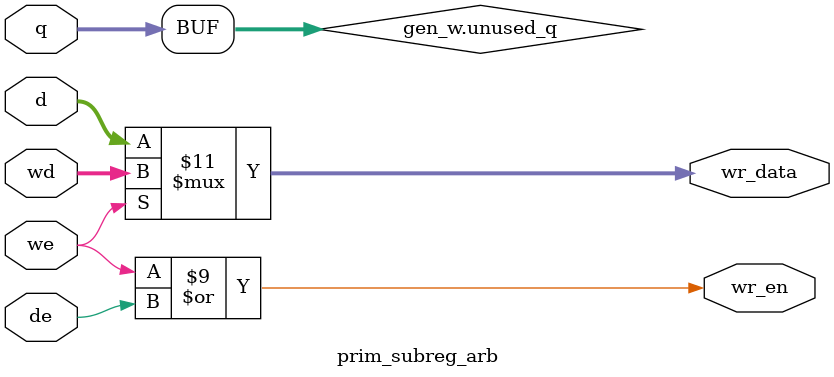
<source format=v>
module prim_subreg_arb (
	we,
	wd,
	de,
	d,
	q,
	wr_en,
	wr_data
);
	parameter signed [31:0] DW = 32;
	parameter [2:0] SwAccess = 3'd0;
	parameter [0:0] Mubi = 1'b0;
	input we;
	input [DW - 1:0] wd;
	input de;
	input [DW - 1:0] d;
	input [DW - 1:0] q;
	output wire wr_en;
	output wire [DW - 1:0] wr_data;
	localparam signed [31:0] prim_mubi_pkg_MuBi12Width = 12;
	localparam signed [31:0] prim_mubi_pkg_MuBi16Width = 16;
	localparam signed [31:0] prim_mubi_pkg_MuBi4Width = 4;
	localparam signed [31:0] prim_mubi_pkg_MuBi8Width = 8;
	function automatic [11:0] sv2v_cast_C8931;
		input reg [11:0] inp;
		sv2v_cast_C8931 = inp;
	endfunction
	function automatic [11:0] prim_mubi_pkg_mubi12_and;
		input reg [11:0] a;
		input reg [11:0] b;
		input reg [11:0] act;
		reg [11:0] a_in;
		reg [11:0] b_in;
		reg [11:0] act_in;
		reg [11:0] out;
		begin
			a_in = a;
			b_in = b;
			act_in = act;
			begin : sv2v_autoblock_1
				reg signed [31:0] k;
				for (k = 0; k < prim_mubi_pkg_MuBi12Width; k = k + 1)
					if (act_in[k])
						out[k] = a_in[k] && b_in[k];
					else
						out[k] = a_in[k] || b_in[k];
			end
			prim_mubi_pkg_mubi12_and = sv2v_cast_C8931(out);
		end
	endfunction
	function automatic [11:0] prim_mubi_pkg_mubi12_and_hi;
		input reg [11:0] a;
		input reg [11:0] b;
		prim_mubi_pkg_mubi12_and_hi = prim_mubi_pkg_mubi12_and(a, b, sv2v_cast_C8931(12'h696));
	endfunction
	function automatic [11:0] prim_mubi_pkg_mubi12_or;
		input reg [11:0] a;
		input reg [11:0] b;
		input reg [11:0] act;
		reg [11:0] a_in;
		reg [11:0] b_in;
		reg [11:0] act_in;
		reg [11:0] out;
		begin
			a_in = a;
			b_in = b;
			act_in = act;
			begin : sv2v_autoblock_2
				reg signed [31:0] k;
				for (k = 0; k < prim_mubi_pkg_MuBi12Width; k = k + 1)
					if (act_in[k])
						out[k] = a_in[k] || b_in[k];
					else
						out[k] = a_in[k] && b_in[k];
			end
			prim_mubi_pkg_mubi12_or = sv2v_cast_C8931(out);
		end
	endfunction
	function automatic [11:0] prim_mubi_pkg_mubi12_or_hi;
		input reg [11:0] a;
		input reg [11:0] b;
		prim_mubi_pkg_mubi12_or_hi = prim_mubi_pkg_mubi12_or(a, b, sv2v_cast_C8931(12'h696));
	endfunction
	function automatic [15:0] sv2v_cast_6E145;
		input reg [15:0] inp;
		sv2v_cast_6E145 = inp;
	endfunction
	function automatic [15:0] prim_mubi_pkg_mubi16_and;
		input reg [15:0] a;
		input reg [15:0] b;
		input reg [15:0] act;
		reg [15:0] a_in;
		reg [15:0] b_in;
		reg [15:0] act_in;
		reg [15:0] out;
		begin
			a_in = a;
			b_in = b;
			act_in = act;
			begin : sv2v_autoblock_3
				reg signed [31:0] k;
				for (k = 0; k < prim_mubi_pkg_MuBi16Width; k = k + 1)
					if (act_in[k])
						out[k] = a_in[k] && b_in[k];
					else
						out[k] = a_in[k] || b_in[k];
			end
			prim_mubi_pkg_mubi16_and = sv2v_cast_6E145(out);
		end
	endfunction
	function automatic [15:0] prim_mubi_pkg_mubi16_and_hi;
		input reg [15:0] a;
		input reg [15:0] b;
		prim_mubi_pkg_mubi16_and_hi = prim_mubi_pkg_mubi16_and(a, b, sv2v_cast_6E145(16'h9696));
	endfunction
	function automatic [15:0] prim_mubi_pkg_mubi16_or;
		input reg [15:0] a;
		input reg [15:0] b;
		input reg [15:0] act;
		reg [15:0] a_in;
		reg [15:0] b_in;
		reg [15:0] act_in;
		reg [15:0] out;
		begin
			a_in = a;
			b_in = b;
			act_in = act;
			begin : sv2v_autoblock_4
				reg signed [31:0] k;
				for (k = 0; k < prim_mubi_pkg_MuBi16Width; k = k + 1)
					if (act_in[k])
						out[k] = a_in[k] || b_in[k];
					else
						out[k] = a_in[k] && b_in[k];
			end
			prim_mubi_pkg_mubi16_or = sv2v_cast_6E145(out);
		end
	endfunction
	function automatic [15:0] prim_mubi_pkg_mubi16_or_hi;
		input reg [15:0] a;
		input reg [15:0] b;
		prim_mubi_pkg_mubi16_or_hi = prim_mubi_pkg_mubi16_or(a, b, sv2v_cast_6E145(16'h9696));
	endfunction
	function automatic [3:0] sv2v_cast_289E7;
		input reg [3:0] inp;
		sv2v_cast_289E7 = inp;
	endfunction
	function automatic [3:0] prim_mubi_pkg_mubi4_and;
		input reg [3:0] a;
		input reg [3:0] b;
		input reg [3:0] act;
		reg [3:0] a_in;
		reg [3:0] b_in;
		reg [3:0] act_in;
		reg [3:0] out;
		begin
			a_in = a;
			b_in = b;
			act_in = act;
			begin : sv2v_autoblock_5
				reg signed [31:0] k;
				for (k = 0; k < prim_mubi_pkg_MuBi4Width; k = k + 1)
					if (act_in[k])
						out[k] = a_in[k] && b_in[k];
					else
						out[k] = a_in[k] || b_in[k];
			end
			prim_mubi_pkg_mubi4_and = sv2v_cast_289E7(out);
		end
	endfunction
	function automatic [3:0] prim_mubi_pkg_mubi4_and_hi;
		input reg [3:0] a;
		input reg [3:0] b;
		prim_mubi_pkg_mubi4_and_hi = prim_mubi_pkg_mubi4_and(a, b, sv2v_cast_289E7(4'h6));
	endfunction
	function automatic [3:0] prim_mubi_pkg_mubi4_or;
		input reg [3:0] a;
		input reg [3:0] b;
		input reg [3:0] act;
		reg [3:0] a_in;
		reg [3:0] b_in;
		reg [3:0] act_in;
		reg [3:0] out;
		begin
			a_in = a;
			b_in = b;
			act_in = act;
			begin : sv2v_autoblock_6
				reg signed [31:0] k;
				for (k = 0; k < prim_mubi_pkg_MuBi4Width; k = k + 1)
					if (act_in[k])
						out[k] = a_in[k] || b_in[k];
					else
						out[k] = a_in[k] && b_in[k];
			end
			prim_mubi_pkg_mubi4_or = sv2v_cast_289E7(out);
		end
	endfunction
	function automatic [3:0] prim_mubi_pkg_mubi4_or_hi;
		input reg [3:0] a;
		input reg [3:0] b;
		prim_mubi_pkg_mubi4_or_hi = prim_mubi_pkg_mubi4_or(a, b, sv2v_cast_289E7(4'h6));
	endfunction
	function automatic [7:0] sv2v_cast_38EA3;
		input reg [7:0] inp;
		sv2v_cast_38EA3 = inp;
	endfunction
	function automatic [7:0] prim_mubi_pkg_mubi8_and;
		input reg [7:0] a;
		input reg [7:0] b;
		input reg [7:0] act;
		reg [7:0] a_in;
		reg [7:0] b_in;
		reg [7:0] act_in;
		reg [7:0] out;
		begin
			a_in = a;
			b_in = b;
			act_in = act;
			begin : sv2v_autoblock_7
				reg signed [31:0] k;
				for (k = 0; k < prim_mubi_pkg_MuBi8Width; k = k + 1)
					if (act_in[k])
						out[k] = a_in[k] && b_in[k];
					else
						out[k] = a_in[k] || b_in[k];
			end
			prim_mubi_pkg_mubi8_and = sv2v_cast_38EA3(out);
		end
	endfunction
	function automatic [7:0] prim_mubi_pkg_mubi8_and_hi;
		input reg [7:0] a;
		input reg [7:0] b;
		prim_mubi_pkg_mubi8_and_hi = prim_mubi_pkg_mubi8_and(a, b, sv2v_cast_38EA3(8'h96));
	endfunction
	function automatic [7:0] prim_mubi_pkg_mubi8_or;
		input reg [7:0] a;
		input reg [7:0] b;
		input reg [7:0] act;
		reg [7:0] a_in;
		reg [7:0] b_in;
		reg [7:0] act_in;
		reg [7:0] out;
		begin
			a_in = a;
			b_in = b;
			act_in = act;
			begin : sv2v_autoblock_8
				reg signed [31:0] k;
				for (k = 0; k < prim_mubi_pkg_MuBi8Width; k = k + 1)
					if (act_in[k])
						out[k] = a_in[k] || b_in[k];
					else
						out[k] = a_in[k] && b_in[k];
			end
			prim_mubi_pkg_mubi8_or = sv2v_cast_38EA3(out);
		end
	endfunction
	function automatic [7:0] prim_mubi_pkg_mubi8_or_hi;
		input reg [7:0] a;
		input reg [7:0] b;
		prim_mubi_pkg_mubi8_or_hi = prim_mubi_pkg_mubi8_or(a, b, sv2v_cast_38EA3(8'h96));
	endfunction
	generate
		if (|{SwAccess == 3'd0, SwAccess == 3'd2}) begin : gen_w
			assign wr_en = we | de;
			assign wr_data = (we == 1'b1 ? wd : d);
			wire [DW - 1:0] unused_q;
			assign unused_q = q;
		end
		else if (SwAccess == 3'd1) begin : gen_ro
			assign wr_en = de;
			assign wr_data = d;
			wire unused_we;
			wire [DW - 1:0] unused_wd;
			wire [DW - 1:0] unused_q;
			assign unused_we = we;
			assign unused_wd = wd;
			assign unused_q = q;
		end
		else if (SwAccess == 3'd4) begin : gen_w1s
			assign wr_en = we | de;
			if (Mubi) begin : gen_mubi
				if (DW == 4) begin : gen_mubi4
					assign wr_data = prim_mubi_pkg_mubi4_or_hi(sv2v_cast_289E7((de ? d : q)), (we ? sv2v_cast_289E7(wd) : sv2v_cast_289E7(4'h9)));
				end
				else if (DW == 8) begin : gen_mubi8
					assign wr_data = prim_mubi_pkg_mubi8_or_hi(sv2v_cast_38EA3((de ? d : q)), (we ? sv2v_cast_38EA3(wd) : sv2v_cast_38EA3(8'h69)));
				end
				else if (DW == 12) begin : gen_mubi12
					assign wr_data = prim_mubi_pkg_mubi12_or_hi(sv2v_cast_C8931((de ? d : q)), (we ? sv2v_cast_C8931(wd) : sv2v_cast_C8931(12'h969)));
				end
				else if (DW == 16) begin : gen_mubi16
					assign wr_data = prim_mubi_pkg_mubi16_or_hi(sv2v_cast_6E145((de ? d : q)), (we ? sv2v_cast_6E145(wd) : sv2v_cast_6E145(16'h6969)));
				end
				else begin : gen_invalid_mubi
					$error("%m: Invalid width for MuBi");
				end
			end
			else begin : gen_non_mubi
				assign wr_data = (de ? d : q) | (we ? wd : {DW {1'sb0}});
			end
		end
		else if (SwAccess == 3'd3) begin : gen_w1c
			assign wr_en = we | de;
			if (Mubi) begin : gen_mubi
				if (DW == 4) begin : gen_mubi4
					assign wr_data = prim_mubi_pkg_mubi4_and_hi(sv2v_cast_289E7((de ? d : q)), (we ? sv2v_cast_289E7(~wd) : sv2v_cast_289E7(4'h6)));
				end
				else if (DW == 8) begin : gen_mubi8
					assign wr_data = prim_mubi_pkg_mubi8_and_hi(sv2v_cast_38EA3((de ? d : q)), (we ? sv2v_cast_38EA3(~wd) : sv2v_cast_38EA3(8'h96)));
				end
				else if (DW == 12) begin : gen_mubi12
					assign wr_data = prim_mubi_pkg_mubi12_and_hi(sv2v_cast_C8931((de ? d : q)), (we ? sv2v_cast_C8931(~wd) : sv2v_cast_C8931(12'h696)));
				end
				else if (DW == 16) begin : gen_mubi16
					assign wr_data = prim_mubi_pkg_mubi16_and_hi(sv2v_cast_6E145((de ? d : q)), (we ? sv2v_cast_6E145(~wd) : sv2v_cast_6E145(16'h9696)));
				end
				else begin : gen_invalid_mubi
					$error("%m: Invalid width for MuBi");
				end
			end
			else begin : gen_non_mubi
				assign wr_data = (de ? d : q) & (we ? ~wd : {DW {1'sb1}});
			end
		end
		else if (SwAccess == 3'd5) begin : gen_w0c
			assign wr_en = we | de;
			if (Mubi) begin : gen_mubi
				if (DW == 4) begin : gen_mubi4
					assign wr_data = prim_mubi_pkg_mubi4_and_hi(sv2v_cast_289E7((de ? d : q)), (we ? sv2v_cast_289E7(wd) : sv2v_cast_289E7(4'h6)));
				end
				else if (DW == 8) begin : gen_mubi8
					assign wr_data = prim_mubi_pkg_mubi8_and_hi(sv2v_cast_38EA3((de ? d : q)), (we ? sv2v_cast_38EA3(wd) : sv2v_cast_38EA3(8'h96)));
				end
				else if (DW == 12) begin : gen_mubi12
					assign wr_data = prim_mubi_pkg_mubi12_and_hi(sv2v_cast_C8931((de ? d : q)), (we ? sv2v_cast_C8931(wd) : sv2v_cast_C8931(12'h696)));
				end
				else if (DW == 16) begin : gen_mubi16
					assign wr_data = prim_mubi_pkg_mubi16_and_hi(sv2v_cast_6E145((de ? d : q)), (we ? sv2v_cast_6E145(wd) : sv2v_cast_6E145(16'h9696)));
				end
				else begin : gen_invalid_mubi
					$error("%m: Invalid width for MuBi");
				end
			end
			else begin : gen_non_mubi
				assign wr_data = (de ? d : q) & (we ? wd : {DW {1'sb1}});
			end
		end
		else if (SwAccess == 3'd6) begin : gen_rc
			assign wr_en = we | de;
			if (Mubi) begin : gen_mubi
				if (DW == 4) begin : gen_mubi4
					assign wr_data = prim_mubi_pkg_mubi4_and_hi(sv2v_cast_289E7((de ? d : q)), (we ? sv2v_cast_289E7(4'h9) : sv2v_cast_289E7(4'h6)));
				end
				else if (DW == 8) begin : gen_mubi8
					assign wr_data = prim_mubi_pkg_mubi8_and_hi(sv2v_cast_38EA3((de ? d : q)), (we ? sv2v_cast_38EA3(8'h69) : sv2v_cast_38EA3(8'h96)));
				end
				else if (DW == 12) begin : gen_mubi12
					assign wr_data = prim_mubi_pkg_mubi12_and_hi(sv2v_cast_C8931((de ? d : q)), (we ? sv2v_cast_C8931(12'h969) : sv2v_cast_C8931(12'h696)));
				end
				else if (DW == 16) begin : gen_mubi16
					assign wr_data = prim_mubi_pkg_mubi16_and_hi(sv2v_cast_6E145((de ? d : q)), (we ? sv2v_cast_6E145(wd) : sv2v_cast_6E145(16'h9696)));
				end
				else begin : gen_invalid_mubi
					$error("%m: Invalid width for MuBi");
				end
			end
			else begin : gen_non_mubi
				assign wr_data = (de ? d : q) & (we ? {DW {1'sb0}} : {DW {1'sb1}});
			end
			wire [DW - 1:0] unused_wd;
			assign unused_wd = wd;
		end
		else begin : gen_hw
			assign wr_en = de;
			assign wr_data = d;
			wire unused_we;
			wire [DW - 1:0] unused_wd;
			wire [DW - 1:0] unused_q;
			assign unused_we = we;
			assign unused_wd = wd;
			assign unused_q = q;
		end
	endgenerate
endmodule

</source>
